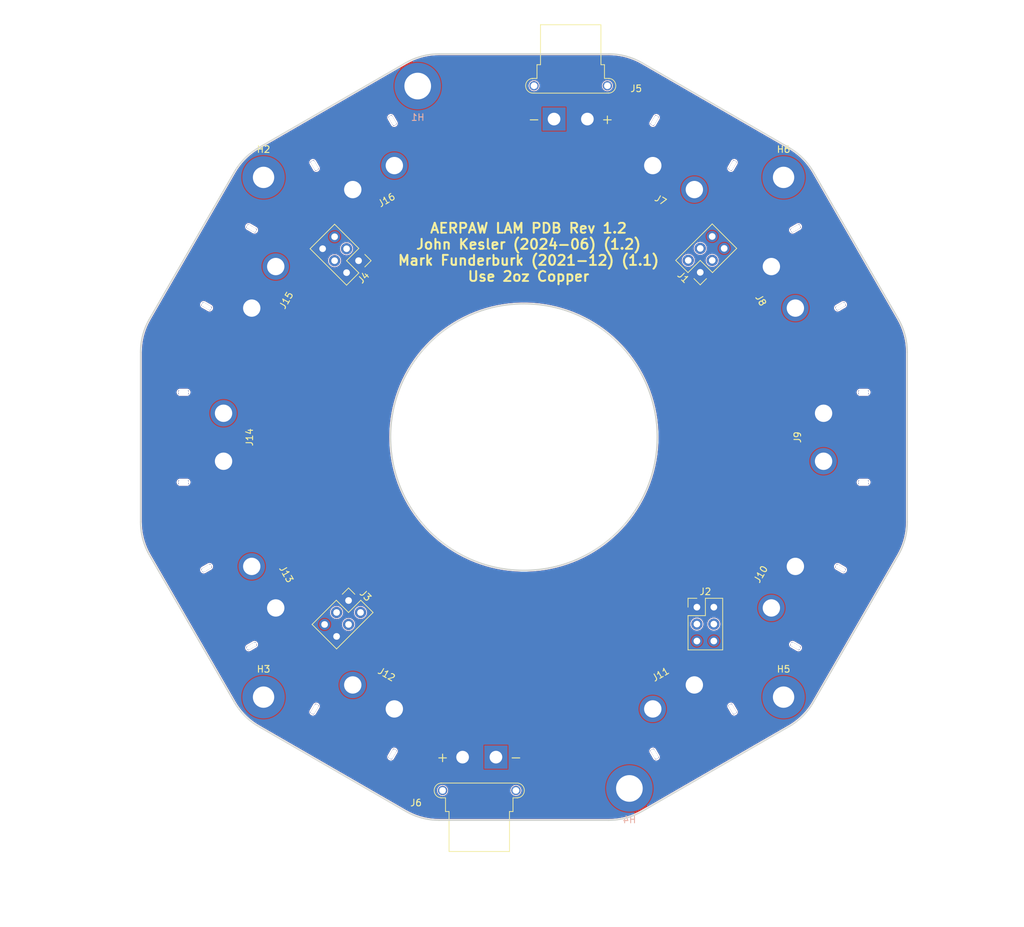
<source format=kicad_pcb>
(kicad_pcb (version 20240108) (generator "pcbnew") (generator_version "8.0")
  (layers (0 "F.Cu" signal) (31 "B.Cu" signal) (34 "B.Paste" user) (35 "F.Paste" user) (36 "B.SilkS" user "B.Silkscreen") (37 "F.SilkS" user "F.Silkscreen") (38 "B.Mask" user) (39 "F.Mask" user) (44 "Edge.Cuts" user))
  (net 0 "")
  (net 1 "+5VA")
  (net 2 "GND")
  (net 3 "V+_BATT")
  (footprint "MountingHole:MountingHole_3.2mm_M3_Pad" (layer "F.Cu") (at 103.780254 128.455174)
    (property "Reference" "H3" (at 0 -4.2 0) (layer "F.SilkS"))
    (property "Value" "MountingHole_Pad")
    (pad "1" thru_hole circle (at 0 0) (size 6.4 6.4) (drill 3.2) (layers "*.Cu" "*.Mask") (net 2 "GND"))
  )
  (footprint "PDB:XT-60_horizontal" (layer "F.Cu") (at 101.210818 113.454364 -60)
    (property "Reference" "J13" (at 0 -6.9 120) (layer "F.SilkS"))
    (property "Value" "Conn_01x02")
    (pad "" np_thru_hole roundrect (at -6.749999 3 300) (size 0.6 1.6) (drill oval 0.6 1.6) (layers "*.Cu" "*.Mask"))
    (pad "" np_thru_hole roundrect (at 6.75 3 300) (size 0.6 1.6) (drill oval 0.6 1.6) (layers "*.Cu" "*.Mask"))
    (pad "1" thru_hole circle (at 3.6 -3 300) (size 4 4) (drill 2.6) (layers "*.Cu" "*.Mask") (net 3 "V+_BATT"))
    (pad "2" thru_hole circle (at -3.6 -3 300) (size 4 4) (drill 2.6) (layers "*.Cu" "*.Mask") (net 2 "GND"))
  )
  (footprint "MountingHole:MountingHole_3.2mm_M3_Pad" (layer "F.Cu") (at 103.780254 50.455174)
    (property "Reference" "H2" (at 0 -4.2 0) (layer "F.SilkS"))
    (property "Value" "MountingHole_Pad")
    (pad "1" thru_hole circle (at 0 0) (size 6.4 6.4) (drill 3.2) (layers "*.Cu" "*.Mask") (net 2 "GND"))
  )
  (footprint "PDB:XT-60_horizontal" (layer "F.Cu") (at 94.780254 89.454306 -90)
    (property "Reference" "J14" (at 0 -6.9 90) (layer "F.SilkS"))
    (property "Value" "Conn_01x02")
    (pad "" np_thru_hole roundrect (at -6.75 3 270) (size 0.6 1.6) (drill oval 0.6 1.6) (layers "*.Cu" "*.Mask"))
    (pad "" np_thru_hole roundrect (at 6.75 3 270) (size 0.6 1.6) (drill oval 0.6 1.6) (layers "*.Cu" "*.Mask"))
    (pad "1" thru_hole circle (at 3.6 -3 270) (size 4 4) (drill 2.6) (layers "*.Cu" "*.Mask") (net 3 "V+_BATT"))
    (pad "2" thru_hole circle (at -3.6 -3 270) (size 4 4) (drill 2.6) (layers "*.Cu" "*.Mask") (net 2 "GND"))
  )
  (footprint "PDB:XT-60_horizontal" (layer "F.Cu") (at 190.780254 89.455174 90)
    (property "Reference" "J9" (at 0 -6.9 90) (layer "F.SilkS"))
    (property "Value" "Conn_01x02")
    (pad "" np_thru_hole roundrect (at -6.75 3 90) (size 0.6 1.6) (drill oval 0.6 1.6) (layers "*.Cu" "*.Mask"))
    (pad "" np_thru_hole roundrect (at 6.75 3 90) (size 0.6 1.6) (drill oval 0.6 1.6) (layers "*.Cu" "*.Mask"))
    (pad "1" thru_hole circle (at 3.6 -3 90) (size 4 4) (drill 2.6) (layers "*.Cu" "*.Mask") (net 3 "V+_BATT"))
    (pad "2" thru_hole circle (at -3.6 -3 90) (size 4 4) (drill 2.6) (layers "*.Cu" "*.Mask") (net 2 "GND"))
  )
  (footprint "PDB:PinSocket_2x03_P2.54mm_Vertical" (layer "F.Cu") (at 169.280254 64.705174 135)
    (property "Reference" "J1" (at 1.27 -2.33 135) (layer "F.SilkS"))
    (property "Value" "Conn_02x03_Counter_Clockwise")
    (fp_line (start 3.87 -1.33) (end 3.87 6.41) (stroke (width 0.12)) (layer "F.SilkS"))
    (fp_line (start 1.270001 -1.33) (end 3.87 -1.33) (stroke (width 0.12)) (layer "F.SilkS"))
    (fp_line (start 1.27 1.27) (end 1.270001 -1.33) (stroke (width 0.12)) (layer "F.SilkS"))
    (fp_line (start -1.33 -1.33) (end 0 -1.33) (stroke (width 0.12)) (layer "F.SilkS"))
    (fp_line (start -1.33 0) (end -1.33 -1.33) (stroke (width 0.12)) (layer "F.SilkS"))
    (fp_line (start -1.33 1.270001) (end 1.27 1.27) (stroke (width 0.12)) (layer "F.SilkS"))
    (fp_line (start -1.33 1.270001) (end -1.33 6.409999) (stroke (width 0.12)) (layer "F.SilkS"))
    (fp_line (start -1.33 6.409999) (end 3.87 6.41) (stroke (width 0.12)) (layer "F.SilkS"))
    (pad "1" thru_hole rect (at 0 0 135) (size 1.7 1.7) (drill 1) (layers "*.Cu" "*.Mask") (net 3 "V+_BATT"))
    (pad "2" thru_hole oval (at 2.54 0 135) (size 1.7 1.7) (drill 1) (layers "*.Cu" "*.Mask") (net 1 "+5VA"))
    (pad "3" thru_hole oval (at 0 2.54 135) (size 1.7 1.7) (drill 1) (layers "*.Cu" "*.Mask"))
    (pad "4" thru_hole oval (at 2.54 2.54 135) (size 1.7 1.7) (drill 1) (layers "*.Cu" "*.Mask"))
    (pad "5" thru_hole oval (at 0 5.079999 135) (size 1.7 1.7) (drill 1) (layers "*.Cu" "*.Mask") (net 2 "GND"))
    (pad "6" thru_hole oval (at 2.54 5.08 135) (size 1.7 1.7) (drill 1) (layers "*.Cu" "*.Mask") (net 2 "GND"))
  )
  (footprint "PDB:XT-60_horizontal" (layer "F.Cu") (at 101.211252 65.454364 -120)
    (property "Reference" "J15" (at 0 -6.9 60) (layer "F.SilkS"))
    (property "Value" "Conn_01x02")
    (pad "" np_thru_hole roundrect (at -6.75 3 240) (size 0.6 1.6) (drill oval 0.6 1.6) (layers "*.Cu" "*.Mask"))
    (pad "" np_thru_hole roundrect (at 6.749999 3 240) (size 0.6 1.6) (drill oval 0.6 1.6) (layers "*.Cu" "*.Mask"))
    (pad "1" thru_hole circle (at 3.6 -3 240) (size 4 4) (drill 2.6) (layers "*.Cu" "*.Mask") (net 3 "V+_BATT"))
    (pad "2" thru_hole circle (at -3.6 -3 240) (size 4 4) (drill 2.6) (layers "*.Cu" "*.Mask") (net 2 "GND"))
  )
  (footprint "PDB:PinSocket_2x03_P2.54mm_Vertical" (layer "F.Cu") (at 116.530254 113.955174 -45)
    (property "Reference" "J3" (at 1.27 -2.33 135) (layer "F.SilkS"))
    (property "Value" "Conn_02x03_Counter_Clockwise")
    (fp_line (start -1.33 6.409999) (end 3.87 6.41) (stroke (width 0.12)) (layer "F.SilkS"))
    (fp_line (start -1.33 1.270001) (end -1.33 6.409999) (stroke (width 0.12)) (layer "F.SilkS"))
    (fp_line (start -1.33 1.270001) (end 1.27 1.27) (stroke (width 0.12)) (layer "F.SilkS"))
    (fp_line (start -1.33 0) (end -1.33 -1.33) (stroke (width 0.12)) (layer "F.SilkS"))
    (fp_line (start -1.33 -1.33) (end 0 -1.33) (stroke (width 0.12)) (layer "F.SilkS"))
    (fp_line (start 1.27 1.27) (end 1.270001 -1.33) (stroke (width 0.12)) (layer "F.SilkS"))
    (fp_line (start 1.270001 -1.33) (end 3.87 -1.33) (stroke (width 0.12)) (layer "F.SilkS"))
    (fp_line (start 3.87 -1.33) (end 3.87 6.41) (stroke (width 0.12)) (layer "F.SilkS"))
    (pad "1" thru_hole rect (at 0 0 315) (size 1.7 1.7) (drill 1) (layers "*.Cu" "*.Mask") (net 3 "V+_BATT"))
    (pad "2" thru_hole oval (at 2.54 0 315) (size 1.7 1.7) (drill 1) (layers "*.Cu" "*.Mask") (net 1 "+5VA"))
    (pad "3" thru_hole oval (at 0 2.54 315) (size 1.7 1.7) (drill 1) (layers "*.Cu" "*.Mask"))
    (pad "4" thru_hole oval (at 2.54 2.54 315) (size 1.7 1.7) (drill 1) (layers "*.Cu" "*.Mask"))
    (pad "5" thru_hole oval (at 0 5.079999 315) (size 1.7 1.7) (drill 1) (layers "*.Cu" "*.Mask") (net 2 "GND"))
    (pad "6" thru_hole oval (at 2.54 5.08 315) (size 1.7 1.7) (drill 1) (layers "*.Cu" "*.Mask") (net 3 "V+_BATT"))
  )
  (footprint "P2_PowerSystem:AMASS_XT30PW-F_1x02_P2.50mm_Horizontal" (layer "F.Cu") (at 138.636254 137.461174 180)
    (property "Reference" "J6" (at 11.985 -6.858 0) (layer "F.SilkS"))
    (property "Value" "Conn_01x02")
    (fp_line (start 7.56 -6.11) (end 8.26 -6.11) (stroke (width 0.12)) (layer "F.SilkS"))
    (fp_line (start 7.56 -8.16) (end 7.56 -6.11) (stroke (width 0.12)) (layer "F.SilkS"))
    (fp_line (start 7.03 -8.16) (end 7.56 -8.16) (stroke (width 0.12)) (layer "F.SilkS"))
    (fp_line (start 7.03 -14.16) (end 7.03 -8.16) (stroke (width 0.12)) (layer "F.SilkS"))
    (fp_line (start -2.03 -14.16) (end 7 -14.16) (stroke (width 0.12)) (layer "F.SilkS"))
    (fp_line (start -2.03 -14.16) (end -2.03 -8.16) (stroke (width 0.12)) (layer "F.SilkS"))
    (fp_line (start -2.56 -8.16) (end -2.03 -8.16) (stroke (width 0.12)) (layer "F.SilkS"))
    (fp_line (start -2.56 -8.16) (end -2.56 -6.11) (stroke (width 0.12)) (layer "F.SilkS"))
    (fp_line (start -3.26 -3.89) (end 8.26 -3.89) (stroke (width 0.12)) (layer "F.SilkS"))
    (fp_line (start -3.26 -6.11) (end -2.56 -6.11) (stroke (width 0.12)) (layer "F.SilkS"))
    (fp_arc (start 8.15 -6.11) (mid 9.26 -5) (end 8.15 -3.89) (stroke (width 0.12)) (layer "F.SilkS"))
    (fp_arc (start -3.321729 -3.903365) (mid -4.256653 -5.086124) (end -3.15 -6.11) (stroke (width 0.12)) (layer "F.SilkS"))
    (fp_text user "+" (at 8 0 0) (layer "F.SilkS") (effects (font (size 1.5 1.5))))
    (fp_text user "-" (at -3 0 0) (layer "F.SilkS") (effects (font (size 1.5 1.5))))
    (pad "" thru_hole circle (at -3 -5 270) (size 1.4 1.4) (drill 1) (layers "*.Cu" "*.Mask"))
    (pad "" thru_hole circle (at 8 -5 180) (size 1.4 1.4) (drill 1) (layers "*.Cu" "*.Mask"))
    (pad "1" thru_hole rect (at 0 0 180) (size 3.5 3.5) (drill 1.9) (layers "*.Cu" "*.Mask") (net 2 "GND"))
    (pad "2" thru_hole circle (at 5 0 180) (size 3.5 3.5) (drill 1.9) (layers "*.Cu" "*.Mask") (net 3 "V+_BATT"))
  )
  (footprint "PDB:PinSocket_2x03_P2.54mm_Vertical" (layer "F.Cu") (at 168.780254 114.955174)
    (property "Reference" "J2" (at 1.27 -2.33 0) (layer "F.SilkS"))
    (property "Value" "Conn_02x03_Counter_Clockwise")
    (fp_line (start -1.33 -1.33) (end 0 -1.33) (stroke (width 0.12)) (layer "F.SilkS"))
    (fp_line (start -1.33 0) (end -1.33 -1.33) (stroke (width 0.12)) (layer "F.SilkS"))
    (fp_line (start -1.33 1.27) (end -1.33 6.41) (stroke (width 0.12)) (layer "F.SilkS"))
    (fp_line (start -1.33 1.27) (end 1.27 1.27) (stroke (width 0.12)) (layer "F.SilkS"))
    (fp_line (start -1.33 6.41) (end 3.87 6.41) (stroke (width 0.12)) (layer "F.SilkS"))
    (fp_line (start 1.27 -1.33) (end 3.87 -1.33) (stroke (width 0.12)) (layer "F.SilkS"))
    (fp_line (start 1.27 1.27) (end 1.27 -1.33) (stroke (width 0.12)) (layer "F.SilkS"))
    (fp_line (start 3.87 -1.33) (end 3.87 6.41) (stroke (width 0.12)) (layer "F.SilkS"))
    (pad "1" thru_hole rect (at 0 0) (size 1.7 1.7) (drill 1) (layers "*.Cu" "*.Mask") (net 3 "V+_BATT"))
    (pad "2" thru_hole oval (at 2.54 0) (size 1.7 1.7) (drill 1) (layers "*.Cu" "*.Mask") (net 3 "V+_BATT"))
    (pad "3" thru_hole oval (at 0 2.54) (size 1.7 1.7) (drill 1) (layers "*.Cu" "*.Mask"))
    (pad "4" thru_hole oval (at 2.54 2.54) (size 1.7 1.7) (drill 1) (layers "*.Cu" "*.Mask"))
    (pad "5" thru_hole oval (at 0 5.08) (size 1.7 1.7) (drill 1) (layers "*.Cu" "*.Mask") (net 2 "GND"))
    (pad "6" thru_hole oval (at 2.54 5.08) (size 1.7 1.7) (drill 1) (layers "*.Cu" "*.Mask") (net 2 "GND"))
  )
  (footprint "MountingHole:MountingHole_3.2mm_M3_Pad" (layer "F.Cu") (at 181.780254 128.455174)
    (property "Reference" "H5" (at 0 -4.2 0) (layer "F.SilkS"))
    (property "Value" "MountingHole_Pad")
    (pad "1" thru_hole circle (at 0 0) (size 6.4 6.4) (drill 3.2) (layers "*.Cu" "*.Mask") (net 2 "GND"))
  )
  (footprint "PDB:XT-60_horizontal" (layer "F.Cu") (at 118.779878 131.023742 -30)
    (property "Reference" "J12" (at 0 -6.9 150) (layer "F.SilkS"))
    (property "Value" "Conn_01x02")
    (pad "" np_thru_hole roundrect (at -6.75 3 330) (size 0.6 1.6) (drill oval 0.6 1.6) (layers "*.Cu" "*.Mask"))
    (pad "" np_thru_hole roundrect (at 6.749999 3 330) (size 0.6 1.6) (drill oval 0.6 1.6) (layers "*.Cu" "*.Mask"))
    (pad "1" thru_hole circle (at 3.6 -3 330) (size 4 4) (drill 2.6) (layers "*.Cu" "*.Mask") (net 3 "V+_BATT"))
    (pad "2" thru_hole circle (at -3.6 -3 330) (size 4 4) (drill 2.6) (layers "*.Cu" "*.Mask") (net 2 "GND"))
  )
  (footprint "PDB:PinSocket_2x03_P2.54mm_Vertical" (layer "F.Cu") (at 118.030254 62.955174 -135)
    (property "Reference" "J4" (at 1.27 -2.33 45) (layer "F.SilkS"))
    (property "Value" "Conn_02x03_Counter_Clockwise")
    (fp_line (start -1.33 6.409999) (end 3.87 6.41) (stroke (width 0.12)) (layer "F.SilkS"))
    (fp_line (start 1.27 1.27) (end 1.270001 -1.33) (stroke (width 0.12)) (layer "F.SilkS"))
    (fp_line (start 3.87 -1.33) (end 3.87 6.41) (stroke (width 0.12)) (layer "F.SilkS"))
    (fp_line (start -1.33 1.270001) (end -1.33 6.409999) (stroke (width 0.12)) (layer "F.SilkS"))
    (fp_line (start -1.33 1.270001) (end 1.27 1.27) (stroke (width 0.12)) (layer "F.SilkS"))
    (fp_line (start 1.270001 -1.33) (end 3.87 -1.33) (stroke (width 0.12)) (layer "F.SilkS"))
    (fp_line (start -1.33 0) (end -1.33 -1.33) (stroke (width 0.12)) (layer "F.SilkS"))
    (fp_line (start -1.33 -1.33) (end 0 -1.33) (stroke (width 0.12)) (layer "F.SilkS"))
    (pad "1" thru_hole rect (at 0 0 225) (size 1.7 1.7) (drill 1) (layers "*.Cu" "*.Mask") (net 3 "V+_BATT"))
    (pad "2" thru_hole oval (at 2.54 0 225) (size 1.7 1.7) (drill 1) (layers "*.Cu" "*.Mask") (net 3 "V+_BATT"))
    (pad "3" thru_hole oval (at 0 2.54 225) (size 1.7 1.7) (drill 1) (layers "*.Cu" "*.Mask"))
    (pad "4" thru_hole oval (at 2.54 2.54 225) (size 1.7 1.7) (drill 1) (layers "*.Cu" "*.Mask"))
    (pad "5" thru_hole oval (at 0 5.079999 225) (size 1.7 1.7) (drill 1) (layers "*.Cu" "*.Mask") (net 2 "GND"))
    (pad "6" thru_hole oval (at 2.54 5.08 225) (size 1.7 1.7) (drill 1) (layers "*.Cu" "*.Mask") (net 3 "V+_BATT"))
  )
  (footprint "MountingHole:MountingHole_3.2mm_M3_Pad" (layer "F.Cu") (at 181.780254 50.455174)
    (property "Reference" "H6" (at 0 -4.2 0) (layer "F.SilkS"))
    (property "Value" "MountingHole_Pad")
    (pad "1" thru_hole circle (at 0 0) (size 6.4 6.4) (drill 3.2) (layers "*.Cu" "*.Mask") (net 2 "GND"))
  )
  (footprint "P2_PowerSystem:AMASS_XT30PW-F_1x02_P2.50mm_Horizontal" (layer "F.Cu") (at 147.352254 41.703174)
    (property "Reference" "J5" (at 12.319 -4.572 0) (layer "F.SilkS"))
    (property "Value" "Conn_01x02")
    (fp_line (start -3.26 -6.11) (end -2.56 -6.11) (stroke (width 0.12)) (layer "F.SilkS"))
    (fp_line (start -3.26 -3.89) (end 8.26 -3.89) (stroke (width 0.12)) (layer "F.SilkS"))
    (fp_line (start -2.56 -8.16) (end -2.56 -6.11) (stroke (width 0.12)) (layer "F.SilkS"))
    (fp_line (start -2.56 -8.16) (end -2.03 -8.16) (stroke (width 0.12)) (layer "F.SilkS"))
    (fp_line (start -2.03 -14.16) (end -2.03 -8.16) (stroke (width 0.12)) (layer "F.SilkS"))
    (fp_line (start -2.03 -14.16) (end 7 -14.16) (stroke (width 0.12)) (layer "F.SilkS"))
    (fp_line (start 7.03 -14.16) (end 7.03 -8.16) (stroke (width 0.12)) (layer "F.SilkS"))
    (fp_line (start 7.03 -8.16) (end 7.56 -8.16) (stroke (width 0.12)) (layer "F.SilkS"))
    (fp_line (start 7.56 -8.16) (end 7.56 -6.11) (stroke (width 0.12)) (layer "F.SilkS"))
    (fp_line (start 7.56 -6.11) (end 8.26 -6.11) (stroke (width 0.12)) (layer "F.SilkS"))
    (fp_arc (start -3.321729 -3.903365) (mid -4.256653 -5.086124) (end -3.15 -6.11) (stroke (width 0.12)) (layer "F.SilkS"))
    (fp_arc (start 8.15 -6.11) (mid 9.26 -5) (end 8.15 -3.89) (stroke (width 0.12)) (layer "F.SilkS"))
    (fp_text user "-" (at -3 0 0) (layer "F.SilkS") (effects (font (size 1.5 1.5))))
    (fp_text user "+" (at 8 0 0) (layer "F.SilkS") (effects (font (size 1.5 1.5))))
    (pad "" thru_hole circle (at -3 -5 90) (size 1.4 1.4) (drill 1) (layers "*.Cu" "*.Mask"))
    (pad "" thru_hole circle (at 8 -5) (size 1.4 1.4) (drill 1) (layers "*.Cu" "*.Mask"))
    (pad "1" thru_hole rect (at 0 0) (size 3.5 3.5) (drill 1.9) (layers "*.Cu" "*.Mask") (net 2 "GND"))
    (pad "2" thru_hole circle (at 5 0) (size 3.5 3.5) (drill 1.9) (layers "*.Cu" "*.Mask") (net 3 "V+_BATT"))
  )
  (footprint "PDB:XT-60_horizontal" (layer "F.Cu") (at 166.779878 131.024176 30)
    (property "Reference" "J11" (at 0 -6.9 30) (layer "F.SilkS"))
    (property "Value" "Conn_01x02")
    (pad "" np_thru_hole roundrect (at -6.749999 3 30) (size 0.6 1.6) (drill oval 0.6 1.6) (layers "*.Cu" "*.Mask"))
    (pad "" np_thru_hole roundrect (at 6.75 3 30) (size 0.6 1.6) (drill oval 0.6 1.6) (layers "*.Cu" "*.Mask"))
    (pad "1" thru_hole circle (at 3.6 -3 30) (size 4 4) (drill 2.6) (layers "*.Cu" "*.Mask") (net 3 "V+_BATT"))
    (pad "2" thru_hole circle (at -3.6 -3 30) (size 4 4) (drill 2.6) (layers "*.Cu" "*.Mask") (net 2 "GND"))
  )
  (footprint "PDB:XT-60_horizontal" (layer "F.Cu") (at 184.349256 113.455116 60)
    (property "Reference" "J10" (at 0 -6.9 60) (layer "F.SilkS"))
    (property "Value" "Conn_01x02")
    (pad "" np_thru_hole roundrect (at -6.75 3 60) (size 0.6 1.6) (drill oval 0.6 1.6) (layers "*.Cu" "*.Mask"))
    (pad "" np_thru_hole roundrect (at 6.749999 3 60) (size 0.6 1.6) (drill oval 0.6 1.6) (layers "*.Cu" "*.Mask"))
    (pad "1" thru_hole circle (at 3.6 -3 60) (size 4 4) (drill 2.6) (layers "*.Cu" "*.Mask") (net 3 "V+_BATT"))
    (pad "2" thru_hole circle (at -3.6 -3 60) (size 4 4) (drill 2.6) (layers "*.Cu" "*.Mask") (net 2 "GND"))
  )
  (footprint "PDB:XT-60_horizontal" (layer "F.Cu") (at 184.34969 65.455116 120)
    (property "Reference" "J8" (at 0 -6.9 120) (layer "F.SilkS"))
    (property "Value" "Conn_01x02")
    (pad "" np_thru_hole roundrect (at -6.749999 3 120) (size 0.6 1.6) (drill oval 0.6 1.6) (layers "*.Cu" "*.Mask"))
    (pad "" np_thru_hole roundrect (at 6.75 3 120) (size 0.6 1.6) (drill oval 0.6 1.6) (layers "*.Cu" "*.Mask"))
    (pad "1" thru_hole circle (at 3.6 -3 120) (size 4 4) (drill 2.6) (layers "*.Cu" "*.Mask") (net 3 "V+_BATT"))
    (pad "2" thru_hole circle (at -3.6 -3 120) (size 4 4) (drill 2.6) (layers "*.Cu" "*.Mask") (net 2 "GND"))
  )
  (footprint "PDB:XT-60_horizontal" (layer "F.Cu") (at 166.78063 47.885738 150)
    (property "Reference" "J7" (at 0 -6.9 150) (layer "F.SilkS"))
    (property "Value" "Conn_01x02")
    (pad "" np_thru_hole roundrect (at -6.75 3 150) (size 0.6 1.6) (drill oval 0.6 1.6) (layers "*.Cu" "*.Mask"))
    (pad "" np_thru_hole roundrect (at 6.749999 3 150) (size 0.6 1.6) (drill oval 0.6 1.6) (layers "*.Cu" "*.Mask"))
    (pad "1" thru_hole circle (at 3.6 -3 150) (size 4 4) (drill 2.6) (layers "*.Cu" "*.Mask") (net 3 "V+_BATT"))
    (pad "2" thru_hole circle (at -3.6 -3 150) (size 4 4) (drill 2.6) (layers "*.Cu" "*.Mask") (net 2 "GND"))
  )
  (footprint "PDB:XT-60_horizontal" (layer "F.Cu") (at 118.78063 47.885304 -150)
    (property "Reference" "J16" (at 0 -6.9 30) (layer "F.SilkS"))
    (property "Value" "Conn_01x02")
    (pad "" np_thru_hole roundrect (at -6.749999 3 210) (size 0.6 1.6) (drill oval 0.6 1.6) (layers "*.Cu" "*.Mask"))
    (pad "" np_thru_hole roundrect (at 6.75 3 210) (size 0.6 1.6) (drill oval 0.6 1.6) (layers "*.Cu" "*.Mask"))
    (pad "1" thru_hole circle (at 3.6 -3 210) (size 4 4) (drill 2.6) (layers "*.Cu" "*.Mask") (net 3 "V+_BATT"))
    (pad "2" thru_hole circle (at -3.6 -3 210) (size 4 4) (drill 2.6) (layers "*.Cu" "*.Mask") (net 2 "GND"))
  )
  (footprint "PDB:MountingHole_4mm_Pad" (layer "B.Cu") (at 158.655254 142.160174)
    (property "Reference" "H4" (at 0 4.7 0) (layer "B.SilkS") (effects (justify mirror)))
    (property "Value" "MountingHole_Pad")
    (pad "1" thru_hole circle (at 0 0) (size 5 5) (drill 4) (layers "*.Cu" "*.Mask") (net 2 "GND"))
    (pad "1" smd circle (at 0 0) (size 7 7) (layers "B.Cu" "B.Paste" "B.Mask") (net 2 "GND"))
  )
  (footprint "PDB:MountingHole_4mm_Pad" (layer "B.Cu") (at 126.905254 36.750174)
    (property "Reference" "H1" (at 0 4.7 0) (layer "B.SilkS") (effects (justify mirror)))
    (property "Value" "MountingHole_Pad")
    (pad "1" thru_hole circle (at 0 0) (size 5 5) (drill 4) (layers "*.Cu" "*.Mask") (net 2 "GND"))
    (pad "1" smd circle (at 0 0) (size 7 7) (layers "B.Cu" "B.Paste" "B.Mask") (net 2 "GND"))
  )
  (gr_arc (start 99.4 49.655174) (mid 100.989186 47.584106) (end 103.060254 45.99492) (stroke (width 0.2)) (layer "Edge.Cuts"))
  (gr_line (start 160.560253 145.587841) (end 182.60508 132.860254) (stroke (width 0.2)) (layer "Edge.Cuts"))
  (gr_line (start 85.332667 76.700001) (end 85.332667 102.155173) (stroke (width 0.2)) (layer "Edge.Cuts"))
  (gr_arc (start 130.105081 146.927587) (mid 127.516888 146.586852) (end 125.105081 145.587841) (stroke (width 0.2)) (layer "Edge.Cuts"))
  (gr_line (start 182.60508 45.99492) (end 160.560253 33.267333) (stroke (width 0.2)) (layer "Edge.Cuts"))
  (gr_arc (start 85.332667 76.700001) (mid 85.673409 74.111811) (end 86.672413 71.700001) (stroke (width 0.2)) (layer "Edge.Cuts"))
  (gr_arc (start 86.672413 107.155173) (mid 85.673409 104.743363) (end 85.332667 102.155173) (stroke (width 0.2)) (layer "Edge.Cuts"))
  (gr_line (start 200.332667 102.155173) (end 200.332667 76.700001) (stroke (width 0.2)) (layer "Edge.Cuts"))
  (gr_line (start 130.105081 146.927587) (end 155.560253 146.927587) (stroke (width 0.2)) (layer "Edge.Cuts"))
  (gr_arc (start 160.560253 145.587841) (mid 158.148443 146.586844) (end 155.560253 146.927587) (stroke (width 0.2)) (layer "Edge.Cuts"))
  (gr_arc (start 155.560253 31.927587) (mid 158.148443 32.268329) (end 160.560253 33.267333) (stroke (width 0.2)) (layer "Edge.Cuts"))
  (gr_line (start 155.560253 31.927587) (end 130.105081 31.927587) (stroke (width 0.2)) (layer "Edge.Cuts"))
  (gr_arc (start 125.105082 33.267334) (mid 127.516892 32.268335) (end 130.105081 31.927588) (stroke (width 0.2)) (layer "Edge.Cuts"))
  (gr_line (start 186.265334 129.2) (end 198.992921 107.155173) (stroke (width 0.2)) (layer "Edge.Cuts"))
  (gr_line (start 125.105081 33.267333) (end 103.060254 45.99492) (stroke (width 0.2)) (layer "Edge.Cuts"))
  (gr_arc (start 103.060254 132.860254) (mid 100.989185 131.271069) (end 99.4 129.2) (stroke (width 0.2)) (layer "Edge.Cuts"))
  (gr_line (start 103.060254 132.860254) (end 125.105081 145.587841) (stroke (width 0.2)) (layer "Edge.Cuts"))
  (gr_arc (start 182.60508 45.99492) (mid 184.676144 47.58411) (end 186.265334 49.655174) (stroke (width 0.2)) (layer "Edge.Cuts"))
  (gr_line (start 86.672413 107.155173) (end 99.4 129.2) (stroke (width 0.2)) (layer "Edge.Cuts"))
  (gr_line (start 198.992921 71.700001) (end 186.265334 49.655174) (stroke (width 0.2)) (layer "Edge.Cuts"))
  (gr_arc (start 200.332667 102.155173) (mid 199.991926 104.743364) (end 198.992921 107.155173) (stroke (width 0.2)) (layer "Edge.Cuts"))
  (gr_arc (start 198.992921 71.700001) (mid 199.991917 74.111812) (end 200.332667 76.700001) (stroke (width 0.2)) (layer "Edge.Cuts"))
  (gr_line (start 99.4 49.655174) (end 86.672413 71.700001) (stroke (width 0.2)) (layer "Edge.Cuts"))
  (gr_circle (center 142.832667 89.427587) (end 162.832667 89.427587) (stroke (width 0.2)) (fill none) (layer "Edge.Cuts"))
  (gr_arc (start 186.265334 129.2) (mid 184.676147 131.271067) (end 182.60508 132.860254) (stroke (width 0.2)) (layer "Edge.Cuts"))
  (gr_text "AERPAW LAM PDB Rev 1.2\nJohn Kesler (2024-06) (1.2)\nMark Funderburk (2021-12) (1.1)\nUse 2oz Copper" (at 143.5 66.2 0) (layer "F.SilkS") (effects (font (size 1.5 1.5) (thickness 0.25) (bold yes)) (justify bottom)))
  (gr_text "AERPAW LAM PDB Rev 1.2\nJohn Kesler (2024-06) (1.2)\nMark Funderburk (2021-12) (1.1)\nUse 2oz Copper" (at 143.55 66.2 0) (layer "F.SilkS") (effects (font (size 1.5 1.5) (thickness 0.25) (bold yes)) (justify bottom)))
  (zone (net 2) (net_name "GND") (layer "F.Cu") (connect_pads yes (clearance 0.5)) (min_thickness 0.25) (fill yes (thermal_gap 0.5) (thermal_bridge_width 0.5))
    (polygon (pts (xy 65.5 24.7) (xy 217 23.95) (xy 217.85 162.75) (xy 64.25 162.95) (xy 65.3 35.65)))
  )
  (zone (net 3) (net_name "V+_BATT") (layer "B.Cu") (connect_pads yes (clearance 0.5)) (min_thickness 0.25) (fill yes (thermal_gap 0.5) (thermal_bridge_width 0.5))
    (polygon (pts (xy 65.499425 24.583914) (xy 216.999425 23.833914) (xy 217.849425 162.633914) (xy 64.249425 162.833914) (xy 65.299425 35.533914)))
  )
)
</source>
